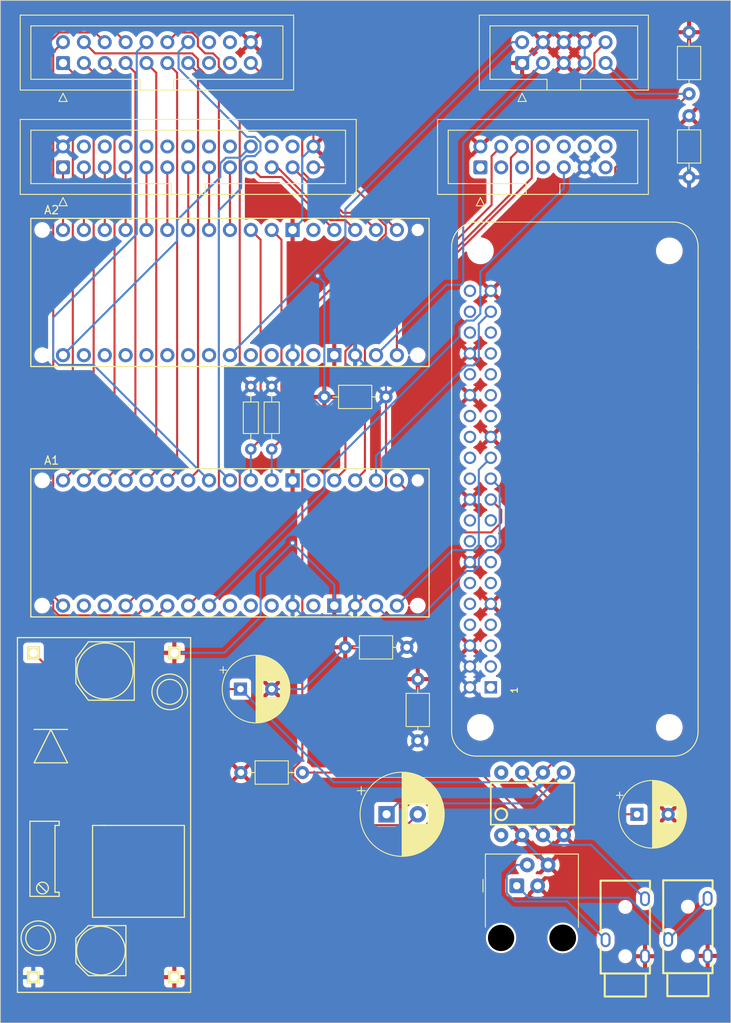
<source format=kicad_pcb>
(kicad_pcb (version 20221018) (generator pcbnew)
  (layers (0 "F.Cu" signal) (31 "B.Cu" signal) (34 "B.Paste" user) (35 "F.Paste" user) (36 "B.SilkS" user "B.Silkscreen") (37 "F.SilkS" user "F.Silkscreen") (38 "B.Mask" user) (39 "F.Mask" user) (44 "Edge.Cuts" user))
  (net 0 "")
  (net 2 "5v")
  (net 3 "mag_cls")
  (net 5 "mag_rdt")
  (net 6 "mag_rcl")
  (net 7 "miso")
  (net 8 "mosi")
  (net 11 "sck")
  (net 12 "ss")
  (net 14 "disp_x3")
  (net 15 "disp_x2")
  (net 17 "disp_x4")
  (net 18 "disp_x5")
  (net 19 "sda")
  (net 20 "scl")
  (net 21 "disp_x1")
  (net 22 "disp_d0")
  (net 23 "disp_d1")
  (net 24 "disp_d2")
  (net 25 "disp_d3")
  (net 26 "disp_d4")
  (net 27 "disp_d5")
  (net 28 "disp_d6")
  (net 29 "disp_d7")
  (net 30 "disp_x6")
  (net 58 "mic+")
  (net 59 "speaker_receiver+")
  (net 60 "speaker_front+")
  (net 61 "card_seated")
  (net 65 "key_hook_down")
  (net 66 "key_hook_common")
  (net 67 "key_hook_up")
  (net 87 "gnd")
  (net 88 "12v")
  (net 89 "coin_tx")
  (net 90 "coin_rx")
  (net 91 "coin_reset")
  (net 92 "key_col_2")
  (net 93 "key_col_5")
  (net 94 "key_col_6")
  (net 95 "key_col_3")
  (net 96 "key_row_1")
  (net 97 "key_col_7")
  (net 98 "key_row_2")
  (net 99 "key_col_4")
  (net 100 "key_row_3")
  (net 101 "key_col_1")
  (net 102 "key_row_4")
  (net 105 "speaker_front_pre+")
  (net 106 "Net-(U2-BYPASS)")
  (net 107 "Net-(C3-Pad1)")
  (footprint "LM386:DIP08" (layer "F.Cu") (at 176.53 92.71)
    (fp_text reference "U2" hide)
    (fp_text value "LM386" hide)
  )
  (footprint "Connector_IDC:IDC-Header_2x13_P2.54mm_Vertical" (layer "F.Cu") (at 119.38 15.24 90)
    (fp_text reference "J3" hide)
    (fp_text value "display")
  )
  (footprint "Connector_IDC:IDC-Header_2x05_P2.54mm_Vertical" (layer "F.Cu") (at 175.26 2.54 90)
    (fp_text reference "J1" hide)
    (fp_text value "coin")
  )
  (footprint "Capacitor_THT:C_Axial_L3.8mm_D2.6mm_P7.50mm_Horizontal" (layer "F.Cu") (at 162.56 85.03 90)
    (fp_text reference "C-raspi1" hide)
    (fp_text value "0.1u" hide)
  )
  (footprint "Capacitor_THT:C_Axial_L3.8mm_D2.6mm_P7.50mm_Horizontal" (layer "F.Cu") (at 195.58 8.95 -90)
    (fp_text reference "C-card1" hide)
    (fp_text value "0.1u" hide)
  )
  (footprint "Capacitor_THT:CP_Radial_D8.0mm_P3.80mm" (layer "F.Cu") (at 189.24 93.98)
    (fp_text reference "C1" hide)
    (fp_text value "CP_Axial_L11.0mm_D8.0mm_P15.00mm" hide)
  )
  (footprint "Capacitor_THT:C_Axial_L3.8mm_D2.6mm_P7.50mm_Horizontal" (layer "F.Cu") (at 158.69 43.18 180)
    (fp_text reference "C-arduino1" hide)
    (fp_text value "0.1u" hide)
  )
  (footprint "Connector_IDC:IDC-Header_2x10_P2.54mm_Vertical" (layer "F.Cu") (at 119.38 2.54 90)
    (fp_text reference "J2" hide)
    (fp_text value "keypad")
  )
  (footprint "Capacitor_THT:C_Axial_L3.8mm_D2.6mm_P7.50mm_Horizontal" (layer "F.Cu") (at 195.58 6.29 90)
    (fp_text reference "C-coin1" hide)
    (fp_text value "0.1u" hide)
  )
  (footprint "audio:AUDIO-TH_HOOYA_PJ-320" (layer "F.Cu") (at 195.44 107.72 90)
    (fp_text reference "J5" hide)
    (fp_text value "mic" hide)
  )
  (footprint "LOGO" (layer "F.Cu") (at 162.56 109.22)
    (fp_text reference "")
    (fp_text value "LOGO" hide)
  )
  (footprint "ADA3708:ADA3708_RPI-ZERO" (layer "F.Cu") (at 170.18 54.4 90)
    (fp_text reference "A3" hide)
    (fp_text value "ADA3708" hide)
  )
  (footprint "Capacitor_THT:CP_Radial_D10.0mm_P3.80mm" (layer "F.Cu") (at 158.76 93.98)
    (fp_text reference "C3" hide)
    (fp_text value "CP_Axial_L18.0mm_D10.0mm_P25.00mm" hide)
  )
  (footprint "PCM_arduino-library:Arduino_Micro_Socket" (layer "F.Cu") (at 115.46 69.96)
    (fp_text reference "A1")
    (fp_text value "Arduino_Micro_Socket")
  )
  (footprint "Connector_IDC:IDC-Header_2x07_P2.54mm_Vertical" (layer "F.Cu") (at 170.18 15.24 90)
    (fp_text reference "J6" hide)
    (fp_text value "card_reader")
  )
  (footprint "PCM_arduino-library:Arduino_Micro_Socket" (layer "F.Cu") (at 115.46 39.48)
    (fp_text reference "A2")
    (fp_text value "Arduino_Micro_Socket (display)")
  )
  (footprint "Resistor_THT:R_Axial_DIN0204_L3.6mm_D1.6mm_P7.62mm_Horizontal" (layer "F.Cu") (at 144.78 41.91 -90)
    (fp_text reference "R1" hide)
    (fp_text value "10k" hide)
  )
  (footprint "Capacitor_THT:C_Axial_L3.8mm_D2.6mm_P7.50mm_Horizontal" (layer "F.Cu") (at 141.03 88.9)
    (fp_text reference "C4" hide)
    (fp_text value "0.1uF_0603_16V" hide)
  )
  (footprint "Connector_RJ:RJ9_Evercom_5301-440xxx_Horizontal" (layer "F.Cu") (at 174.61 102.68)
    (fp_text reference "J4" hide)
    (fp_text value "RJ9" hide)
  )
  (footprint "Resistor_THT:R_Axial_DIN0204_L3.6mm_D1.6mm_P7.62mm_Horizontal" (layer "F.Cu") (at 142.24 41.91 -90)
    (fp_text reference "R2" hide)
    (fp_text value "10k" hide)
  )
  (footprint "LOGO" (layer "F.Cu") (at 144.78 106.68)
    (fp_text reference "")
    (fp_text value "LOGO" hide)
  )
  (footprint "audio:AUDIO-TH_HOOYA_PJ-320" (layer "F.Cu") (at 187.82 107.76 90)
    (fp_text reference "J7" hide)
    (fp_text value "speaker" hide)
  )
  (footprint "Capacitor_THT:C_Axial_L3.8mm_D2.6mm_P7.50mm_Horizontal" (layer "F.Cu") (at 161.23 73.66 180)
    (fp_text reference "C-arduino-display1" hide)
    (fp_text value "0.1u" hide)
  )
  (footprint "misc_footprints:XL6009_module" (layer "F.Cu") (at 134.9135 72.4775 90)
    (fp_text reference "U1" hide)
    (fp_text value "~")
  )
  (footprint "Capacitor_THT:CP_Radial_D8.0mm_P3.80mm" (layer "F.Cu") (at 140.98 78.74)
    (fp_text reference "C2" hide)
    (fp_text value "CP_Axial_L11.0mm_D8.0mm_P15.00mm" hide)
  )
  (gr_line (start 111.76 -5.08) (end 111.76 119.38) (stroke (width 0.1)) (layer "Edge.Cuts"))
  (gr_line (start 200.66 119.38) (end 200.66 -5.08) (stroke (width 0.1)) (layer "Edge.Cuts"))
  (gr_line (start 111.76 119.38) (end 200.66 119.38) (stroke (width 0.1)) (layer "Edge.Cuts"))
  (gr_line (start 200.66 -5.08) (end 111.76 -5.08) (stroke (width 0.1)) (layer "Edge.Cuts"))
  (segment (start 154.94 68.58) (end 158.69 64.83) (width 0.25) (layer "F.Cu") (net 2))
  (segment (start 158.69 64.83) (end 158.69 43.18) (width 0.25) (layer "F.Cu") (net 2))
  (segment (start 154.94 41.020991) (end 154.94 38.1) (width 0.25) (layer "B.Cu") (net 2))
  (segment (start 158.69 43.18) (end 158.69 41.85) (width 0.25) (layer "B.Cu") (net 2))
  (segment (start 147.32 38.1) (end 147.32 40.900991) (width 0.25) (layer "B.Cu") (net 2))
  (segment (start 153.7514 69.7686) (end 154.94 68.58) (width 0.25) (layer "B.Cu") (net 2))
  (segment (start 148.5086 69.7686) (end 153.7514 69.7686) (width 0.25) (layer "B.Cu") (net 2))
  (segment (start 182.88 15.24) (end 184.09 16.45) (width 0.25) (layer "B.Cu") (net 2))
  (segment (start 147.32 40.900991) (end 150.724009 44.305) (width 0.25) (layer "B.Cu") (net 2))
  (segment (start 150.724009 44.305) (end 151.655991 44.305) (width 0.25) (layer "B.Cu") (net 2))
  (segment (start 151.655991 44.305) (end 154.94 41.020991) (width 0.25) (layer "B.Cu") (net 2))
  (segment (start 184.09 16.45) (end 195.58 16.45) (width 0.25) (layer "B.Cu") (net 2))
  (segment (start 147.32 68.58) (end 148.5086 69.7686) (width 0.25) (layer "B.Cu") (net 2))
  (segment (start 158.69 41.85) (end 154.94 38.1) (width 0.25) (layer "B.Cu") (net 2))
  (segment (start 151.2114 52.249591) (end 167.64 35.820991) (width 0.25) (layer "B.Cu") (net 3))
  (segment (start 167.64 35.820991) (end 167.64 34.712063) (width 0.25) (layer "B.Cu") (net 3))
  (segment (start 170.18 33.065937) (end 170.18 27.94) (width 0.25) (layer "B.Cu") (net 3))
  (segment (start 168.463063 33.889) (end 169.356937 33.889) (width 0.25) (layer "B.Cu") (net 3))
  (segment (start 170.18 27.94) (end 180.34 17.78) (width 0.25) (layer "B.Cu") (net 3))
  (segment (start 180.34 17.78) (end 180.34 15.24) (width 0.25) (layer "B.Cu") (net 3))
  (segment (start 169.356937 33.889) (end 170.18 33.065937) (width 0.25) (layer "B.Cu") (net 3))
  (segment (start 137.16 68.58) (end 151.2114 54.5286) (width 0.25) (layer "B.Cu") (net 3))
  (segment (start 167.64 34.712063) (end 168.463063 33.889) (width 0.25) (layer "B.Cu") (net 3))
  (segment (start 151.2114 54.5286) (end 151.2114 52.249591) (width 0.25) (layer "B.Cu") (net 3))
  (segment (start 152.4 53.34) (end 153.7514 51.9886) (width 0.25) (layer "F.Cu") (net 5))
  (segment (start 171.545 19.814065) (end 171.545 13.875) (width 0.25) (layer "F.Cu") (net 5))
  (segment (start 153.7514 37.607665) (end 171.545 19.814065) (width 0.25) (layer "F.Cu") (net 5))
  (segment (start 153.7514 51.9886) (end 153.7514 37.607665) (width 0.25) (layer "F.Cu") (net 5))
  (segment (start 171.545 13.875) (end 172.72 12.7) (width 0.25) (layer "F.Cu") (net 5))
  (segment (start 175.26 12.7) (end 173.895 14.065) (width 0.25) (layer "F.Cu") (net 6))
  (segment (start 173.895 14.065) (end 173.895 18.448735) (width 0.25) (layer "F.Cu") (net 6))
  (segment (start 173.895 18.448735) (end 156.1286 36.215135) (width 0.25) (layer "F.Cu") (net 6))
  (segment (start 156.1286 52.1514) (end 154.94 53.34) (width 0.25) (layer "F.Cu") (net 6))
  (segment (start 156.1286 36.215135) (end 156.1286 52.1514) (width 0.25) (layer "F.Cu") (net 6))
  (segment (start 163.063463 69.7686) (end 158.6686 69.7686) (width 0.25) (layer "B.Cu") (net 7))
  (segment (start 168.463063 64.369) (end 163.063463 69.7686) (width 0.25) (layer "B.Cu") (net 7))
  (segment (start 169.989 63.736937) (end 169.356937 64.369) (width 0.25) (layer "B.Cu") (net 7))
  (segment (start 171.45 53.13) (end 172.529 54.209) (width 0.25) (layer "B.Cu") (net 7))
  (segment (start 169.356937 64.369) (end 168.463063 64.369) (width 0.25) (layer "B.Cu") (net 7))
  (segment (start 172.529 61.196937) (end 171.896937 61.829) (width 0.25) (layer "B.Cu") (net 7))
  (segment (start 171.896937 61.829) (end 171.003063 61.829) (width 0.25) (layer "B.Cu") (net 7))
  (segment (start 169.989 62.843063) (end 169.989 63.736937) (width 0.25) (layer "B.Cu") (net 7))
  (segment (start 171.003063 61.829) (end 169.989 62.843063) (width 0.25) (layer "B.Cu") (net 7))
  (segment (start 158.6686 69.7686) (end 157.48 68.58) (width 0.25) (layer "B.Cu") (net 7))
  (segment (start 172.529 54.209) (end 172.529 61.196937) (width 0.25) (layer "B.Cu") (net 7))
  (segment (start 172.72 58.465937) (end 172.72 56.94) (width 0.25) (layer "F.Cu") (net 8))
  (segment (start 160.02 53.34) (end 166.351 59.671) (width 0.25) (layer "F.Cu") (net 8))
  (segment (start 171.514937 59.671) (end 172.72 58.465937) (width 0.25) (layer "F.Cu") (net 8))
  (segment (start 172.72 56.94) (end 171.45 55.67) (width 0.25) (layer "F.Cu") (net 8))
  (segment (start 166.351 59.671) (end 171.514937 59.671) (width 0.25) (layer "F.Cu") (net 8))
  (segment (start 169.989 61.196937) (end 169.356937 61.829) (width 0.25) (layer "B.Cu") (net 11))
  (segment (start 171.45 50.59) (end 169.989 52.051) (width 0.25) (layer "B.Cu") (net 11))
  (segment (start 169.356937 61.829) (end 166.771 61.829) (width 0.25) (layer "B.Cu") (net 11))
  (segment (start 169.989 52.051) (end 169.989 61.196937) (width 0.25) (layer "B.Cu") (net 11))
  (segment (start 166.771 61.829) (end 160.02 68.58) (width 0.25) (layer "B.Cu") (net 11))
  (segment (start 169.989 34.271) (end 171.45 32.81) (width 0.25) (layer "B.Cu") (net 12))
  (segment (start 157.48 50.334063) (end 168.463063 39.351) (width 0.25) (layer "B.Cu") (net 12))
  (segment (start 157.48 53.34) (end 157.48 50.334063) (width 0.25) (layer "B.Cu") (net 12))
  (segment (start 168.463063 39.351) (end 169.356937 39.351) (width 0.25) (layer "B.Cu") (net 12))
  (segment (start 169.356937 39.351) (end 169.989 38.718937) (width 0.25) (layer "B.Cu") (net 12))
  (segment (start 169.989 38.718937) (end 169.989 34.271) (width 0.25) (layer "B.Cu") (net 12))
  (segment (start 153.7514 21.6714) (end 154.94 22.86) (width 0.25) (layer "F.Cu") (net 14))
  (segment (start 144.78 15.24) (end 145.476265 15.24) (width 0.25) (layer "F.Cu") (net 14))
  (segment (start 145.476265 15.24) (end 151.907665 21.6714) (width 0.25) (layer "F.Cu") (net 14))
  (segment (start 151.907665 21.6714) (end 153.7514 21.6714) (width 0.25) (layer "F.Cu") (net 14))
  (segment (start 145.955 16.415) (end 152.4 22.86) (width 0.25) (layer "F.Cu") (net 15))
  (segment (start 143.415 16.415) (end 145.955 16.415) (width 0.25) (layer "F.Cu") (net 15))
  (segment (start 142.24 15.24) (end 143.415 16.415) (width 0.25) (layer "F.Cu") (net 15))
  (segment (start 147.32 15.24) (end 153.3014 21.2214) (width 0.25) (layer "F.Cu") (net 17))
  (segment (start 153.3014 21.2214) (end 155.8414 21.2214) (width 0.25) (layer "F.Cu") (net 17))
  (segment (start 155.8414 21.2214) (end 157.48 22.86) (width 0.25) (layer "F.Cu") (net 17))
  (segment (start 149.86 15.24) (end 152.4 15.24) (width 0.25) (layer "F.Cu") (net 18))
  (segment (start 152.4 15.24) (end 160.02 22.86) (width 0.25) (layer "F.Cu") (net 18))
  (segment (start 145.9686 24.0486) (end 145.9686 48.3414) (width 0.25) (layer "F.Cu") (net 19))
  (segment (start 145.9686 48.3414) (end 144.78 49.53) (width 0.25) (layer "F.Cu") (net 19))
  (segment (start 144.78 22.86) (end 145.9686 24.0486) (width 0.25) (layer "F.Cu") (net 19))
  (segment (start 144.78 49.53) (end 144.78 53.34) (width 0.25) (layer "B.Cu") (net 19))
  (segment (start 142.24 22.86) (end 143.4286 24.0486) (width 0.25) (layer "F.Cu") (net 20))
  (segment (start 143.4286 24.0486) (end 143.4286 48.3414) (width 0.25) (layer "F.Cu") (net 20))
  (segment (start 143.4286 48.3414) (end 142.24 49.53) (width 0.25) (layer "F.Cu") (net 20))
  (segment (start 142.24 49.53) (end 142.24 53.34) (width 0.25) (layer "B.Cu") (net 20))
  (segment (start 139.7 15.24) (end 139.7 22.86) (width 0.25) (layer "F.Cu") (net 21))
  (segment (start 137.16 15.24) (end 137.16 22.86) (width 0.25) (layer "F.Cu") (net 22))
  (segment (start 134.62 15.24) (end 134.62 22.86) (width 0.25) (layer "F.Cu") (net 23))
  (segment (start 132.08 15.24) (end 132.08 22.86) (width 0.25) (layer "F.Cu") (net 24))
  (segment (start 129.54 15.24) (end 129.54 22.86) (width 0.25) (layer "F.Cu") (net 25))
  (segment (start 127 15.24) (end 127 22.86) (width 0.25) (layer "F.Cu") (net 26))
  (segment (start 124.46 15.24) (end 124.46 22.86) (width 0.25) (layer "F.Cu") (net 27))
  (segment (start 121.92 15.24) (end 121.92 22.86) (width 0.25) (layer "F.Cu") (net 28))
  (segment (start 119.38 15.24) (end 119.38 22.86) (width 0.25) (layer "F.Cu") (net 29))
  (segment (start 142.24 12.7) (end 140.875 14.065) (width 0.25) (layer "B.Cu") (net 30))
  (segment (start 138.525 14.753299) (end 138.525 16.415) (width 0.25) (layer "B.Cu") (net 30))
  (segment (start 133.2686 24.2114) (end 119.38 38.1) (width 0.25) (layer "B.Cu") (net 30))
  (segment (start 139.213299 14.065) (end 138.525 14.753299) (width 0.25) (layer "B.Cu") (net 30))
  (segment (start 138.525 16.415) (end 133.2686 21.6714) (width 0.25) (layer "B.Cu") (net 30))
  (segment (start 140.875 14.065) (end 139.213299 14.065) (width 0.25) (layer "B.Cu") (net 30))
  (segment (start 133.2686 21.6714) (end 133.2686 24.2114) (width 0.25) (layer "B.Cu") (net 30))
  (segment (start 193.04 108.92) (end 188.26 104.14) (width 0.25) (layer "B.Cu") (net 58))
  (segment (start 197.84 104.22) (end 197.84 104.42) (width 0.25) (layer "B.Cu") (net 58))
  (segment (start 193.04 109.22) (end 193.04 108.92) (width 0.25) (layer "B.Cu") (net 58))
  (segment (start 197.84 104.42) (end 193.04 109.22) (width 0.25) (layer "B.Cu") (net 58))
  (segment (start 188.26 104.14) (end 176.07 104.14) (width 0.25) (layer "B.Cu") (net 58))
  (segment (start 176.07 104.14) (end 174.61 102.68) (width 0.25) (layer "B.Cu") (net 58))
  (segment (start 173.385 103.5751) (end 173.385 101.362208) (width 0.25) (layer "B.Cu") (net 59))
  (segment (start 185.42 109.26) (end 180.75 104.59) (width 0.25) (layer "B.Cu") (net 59))
  (segment (start 173.385 101.362208) (end 174.607208 100.14) (width 0.25) (layer "B.Cu") (net 59))
  (segment (start 174.607208 100.14) (end 175.88 100.14) (width 0.25) (layer "B.Cu") (net 59))
  (segment (start 180.75 104.59) (end 174.3999 104.59) (width 0.25) (layer "B.Cu") (net 59))
  (segment (start 174.3999 104.59) (end 173.385 103.5751) (width 0.25) (layer "B.Cu") (net 59))
  (segment (start 158.6686 22.367665) (end 158.6686 23.352335) (width 0.25) (layer "F.Cu") (net 60))
  (segment (start 153.344009 95.305) (end 161.235 95.305) (width 0.25) (layer "F.Cu") (net 60))
  (segment (start 148.5086 87.330409) (end 147.405 88.434009) (width 0.25) (layer "F.Cu") (net 60))
  (segment (start 147.405 88.434009) (end 147.405 89.365991) (width 0.25) (layer "F.Cu") (net 60))
  (segment (start 148.495 8.795) (end 148.495 15.778604) (width 0.25) (layer "F.Cu") (net 60))
  (segment (start 158.6686 23.352335) (end 148.5086 33.512335) (width 0.25) (layer "F.Cu") (net 60))
  (segment (start 153.487796 20.7714) (end 157.072335 20.7714) (width 0.25) (layer "F.Cu") (net 60))
  (segment (start 142.24 2.54) (end 148.495 8.795) (width 0.25) (layer "F.Cu") (net 60))
  (segment (start 157.072335 20.7714) (end 158.6686 22.367665) (width 0.25) (layer "F.Cu") (net 60))
  (segment (start 148.5086 33.512335) (end 148.5086 87.330409) (width 0.25) (layer "F.Cu") (net 60))
  (segment (start 161.235 95.305) (end 162.56 93.98) (width 0.25) (layer "F.Cu") (net 60))
  (segment (start 147.405 89.365991) (end 153.344009 95.305) (width 0.25) (layer "F.Cu") (net 60))
  (segment (start 148.495 15.778604) (end 153.487796 20.7714) (width 0.25) (layer "F.Cu") (net 60))
  (segment (start 138.3486 51.9886) (end 139.7 53.34) (width 0.25) (layer "B.Cu") (net 65))
  (segment (start 141.701396 13.875) (end 141.061396 14.515) (width 0.25) (layer "B.Cu") (net 65))
  (segment (start 133.445 1.175) (end 133.445 3.216701) (width 0.25) (layer "B.Cu") (net 65))
  (segment (start 134.62 0) (end 133.445 1.175) (width 0.25) (layer "B.Cu") (net 65))
  (segment (start 143.415 13.186701) (end 142.726701 13.875) (width 0.25) (layer "B.Cu") (net 65))
  (segment (start 142.726701 13.875) (end 141.701396 13.875) (width 0.25) (layer "B.Cu") (net 65))
  (segment (start 141.753299 11.525) (end 142.726701 11.525) (width 0.25) (layer "B.Cu") (net 65))
  (segment (start 138.3486 20.4828) (end 138.3486 51.9886) (width 0.25) (layer "B.Cu") (net 65))
  (segment (start 141.061396 14.515) (end 141.061396 17.770004) (width 0.25) (layer "B.Cu") (net 65))
  (segment (start 142.726701 11.525) (end 143.415 12.213299) (width 0.25) (layer "B.Cu") (net 65))
  (segment (start 133.445 3.216701) (end 141.753299 11.525) (width 0.25) (layer "B.Cu") (net 65))
  (segment (start 143.415 12.213299) (end 143.415 13.186701) (width 0.25) (layer "B.Cu") (net 65))
  (segment (start 141.061396 17.770004) (end 138.3486 20.4828) (width 0.25) (layer "B.Cu") (net 65))
  (segment (start 140.8886 5.580301) (end 138.335 3.026701) (width 0.25) (layer "F.Cu") (net 66))
  (segment (start 138.335 3.026701) (end 138.335 2.053299) (width 0.25) (layer "F.Cu") (net 66))
  (segment (start 137.646701 1.365) (end 136.673299 1.365) (width 0.25) (layer "F.Cu") (net 66))
  (segment (start 140.8886 62.3114) (end 140.8886 5.580301) (width 0.25) (layer "F.Cu") (net 66))
  (segment (start 138.335 2.053299) (end 137.646701 1.365) (width 0.25) (layer "F.Cu") (net 66))
  (segment (start 135.795 -0.486701) (end 135.106701 -1.175) (width 0.25) (layer "F.Cu") (net 66))
  (segment (start 136.673299 1.365) (end 135.795 0.486701) (width 0.25) (layer "F.Cu") (net 66))
  (segment (start 134.62 68.58) (end 140.8886 62.3114) (width 0.25) (layer "F.Cu") (net 66))
  (segment (start 135.106701 -1.175) (end 133.255 -1.175) (width 0.25) (layer "F.Cu") (net 66))
  (segment (start 133.255 -1.175) (end 132.08 0) (width 0.25) (layer "F.Cu") (net 66))
  (segment (start 135.795 0.486701) (end 135.795 -0.486701) (width 0.25) (layer "F.Cu") (net 66))
  (segment (start 118.887665 39.2886) (end 118.1914 38.592335) (width 0.25) (layer "B.Cu") (net 67))
  (segment (start 118.1914 33.512335) (end 128.3514 23.352335) (width 0.25) (layer "B.Cu") (net 67))
  (segment (start 137.16 53.34) (end 123.1086 39.2886) (width 0.25) (layer "B.Cu") (net 67))
  (segment (start 118.1914 38.592335) (end 118.1914 33.512335) (width 0.25) (layer "B.Cu") (net 67))
  (segment (start 128.3514 23.352335) (end 128.3514 1.1886) (width 0.25) (layer "B.Cu") (net 67))
  (segment (start 128.3514 1.1886) (end 129.54 0) (width 0.25) (layer "B.Cu") (net 67))
  (segment (start 123.1086 39.2886) (end 118.887665 39.2886) (width 0.25) (layer "B.Cu") (net 67))
  (segment (start 150.3723 28.4523) (end 147.32 25.4) (width 0.25) (layer "F.Cu") (net 87))
  (segment (start 147.32 53.34) (end 147.32 60.96) (width 0.25) (layer "F.Cu") (net 87))
  (segment (start 147.32 25.4) (end 147.32 22.86) (width 0.25) (layer "F.Cu") (net 87))
  (segment (start 149.86 12.7) (end 149.86 7.62) (width 0.25) (layer "F.Cu") (net 87))
  (segment (start 149.86 7.62) (end 142.24 0) (width 0.25) (layer "F.Cu") (net 87))
  (via (at 147.32 60.96) (size 0.8) (drill 0.4) (layers "F.Cu" "B.Cu") (net 87))
  (via (at 150.3723 28.4523) (size 0.8) (drill 0.4) (layers "F.Cu" "B.Cu") (net 87))
  (segment (start 182.88 2.54) (end 182.88 0) (width 0.25) (layer "B.Cu") (net 87))
  (segment (start 175.26 96.98) (end 175.26 96.52) (width 0.25) (layer "B.Cu") (net 87))
  (segment (start 152.4 66.04) (end 147.32 60.96) (width 0.25) (layer "B.Cu") (net 87))
  (segment (start 147.32 60.96) (end 143.4286 64.8514) (width 0.25) (layer "B.Cu") (net 87))
  (segment (start 139.0283 74.3317) (end 132.9323 74.3317) (width 0.25) (layer "B.Cu") (net 87))
  (segment (start 148.65 78.74) (end 153.73 73.66) (width 0.25) (layer "B.Cu") (net 87))
  (segment (start 148.495 21.685) (end 148.495 14.065) (width 0.25) (layer "B.Cu") (net 87))
  (segment (start 151.19 43.18) (end 151.19 29.27) (width 0.25) (layer "B.Cu") (net 87))
  (segment (start 143.4286 69.9314) (end 139.0283 74.3317) (width 0.25) (layer "B.Cu") (net 87))
  (segment (start 178.42 100.14) (end 175.26 96.98) (width 0.25) (layer "B.Cu") (net 87))
  (segment (start 148.495 14.065) (end 149.86 12.7) (width 0.25) (layer "B.Cu") (net 87))
  (segment (start 143.4286 64.8514) (end 143.4286 69.9314) (width 0.25) (layer "B.Cu") (net 87))
  (segment (start 144.78 78.74) (end 148.65 78.74) (width 0.25) (layer "B.Cu") (net 87))
  (segment (start 152.4 68.58) (end 152.4 66.04) (width 0.25) (layer "B.Cu") (net 87))
  (segment (start 151.19 29.27) (end 150.3723 28.4523) (width 0.25) (layer "B.Cu") (net 87))
  (segment (start 147.32 22.86) (end 148.495 21.685) (width 0.25) (layer "B.Cu") (net 87))
  (segment (start 175.26 2.54) (end 177.8 0) (width 0.25) (layer "B.Cu") (net 87))
  (segment (start 186.595 15.275) (end 195.58 6.29) (width 0.25) (layer "F.Cu") (net 88))
  (segment (start 177.8 88.9) (end 186.595 80.105) (width 0.25) (layer "F.Cu") (net 88))
  (segment (start 120.1956 78.74) (end 140.98 78.74) (width 0.25) (layer "F.Cu") (net 88))
  (segment (start 186.595 80.105) (end 186.595 15.275) (width 0.25) (layer "F.Cu") (net 88))
  (segment (start 115.7873 74.3317) (end 120.1956 78.74) (width 0.25) (layer "F.Cu") (net 88))
  (segment (start 152.3286 90.0886) (end 140.98 78.74) (width 0.25) (layer "B.Cu") (net 88))
  (segment (start 189.17 6.29) (end 185.42 2.54) (width 0.25) (layer "B.Cu") (net 88))
  (segment (start 177.8 88.9) (end 176.6114 90.0886) (width 0.25) (layer "B.Cu") (net 88))
  (segment (start 195.58 6.29) (end 189.17 6.29) (width 0.25) (layer "B.Cu") (net 88))
  (segment (start 176.6114 90.0886) (end 152.3286 90.0886) (width 0.25) (layer "B.Cu") (net 88))
  (segment (start 175.26 0) (end 174.057919 0) (width 0.25) (layer "B.Cu") (net 89))
  (segment (start 153.7514 20.306519) (end 153.7514 24.0486) (width 0.25) (layer "B.Cu") (net 89))
  (segment (start 174.057919 0) (end 153.7514 20.306519) (width 0.25) (layer "B.Cu") (net 89))
  (segment (start 153.7514 24.0486) (end 139.7 38.1) (width 0.25) (layer "B.Cu") (net 89))
  (segment (start 177.8 2.54) (end 168.09 12.25) (width 0.25) (layer "B.Cu") (net 90))
  (segment (start 168.09 29.271396) (end 167.826396 29.535) (width 0.25) (layer "B.Cu") (net 90))
  (segment (start 166.045 29.535) (end 157.48 38.1) (width 0.25) (layer "B.Cu") (net 90))
  (segment (start 167.826396 29.535) (end 166.045 29.535) (width 0.25) (layer "B.Cu") (net 90))
  (segment (start 168.09 12.25) (end 168.09 29.271396) (width 0.25) (layer "B.Cu") (net 90))
  (segment (start 184.055 3.026701) (end 176.435 10.646701) (width 0.25) (layer "F.Cu") (net 91))
  (segment (start 160.02 32.960131) (end 160.02 38.1) (width 0.25) (layer "F.Cu") (net 91))
  (segment (start 185.42 0) (end 184.055 1.365) (width 0.25) (layer "F.Cu") (net 91))
  (segment (start 184.055 1.365) (end 184.055 3.026701) (width 0.25) (layer "F.Cu") (net 91))
  (segment (start 176.435 16.545131) (end 160.02 32.960131) (width 0.25) (layer "F.Cu") (net 91))
  (segment (start 176.435 10.646701) (end 176.435 16.545131) (width 0.25) (layer "F.Cu") (net 91))
  (segment (start 123.1086 52.1514) (end 121.92 53.34) (width 0.25) (layer "F.Cu") (net 92))
  (segment (start 121.92 2.54) (end 123.1086 3.7286) (width 0.25) (layer "F.Cu") (net 92))
  (segment (start 123.1086 3.7286) (end 123.1086 52.1514) (width 0.25) (layer "F.Cu") (net 92))
  (segment (start 123.285 1.365) (end 135.106701 1.365) (width 0.25) (layer "F.Cu") (net 93))
  (segment (start 135.795 3.026701) (end 138.3486 5.580301) (width 0.25) (layer "F.Cu") (net 93))
  (segment (start 121.92 0) (end 123.285 1.365) (width 0.25) (layer "F.Cu") (net 93))
  (segment (start 138.3486 57.2314) (end 127 68.58) (width 0.25) (layer "F.Cu") (net 93))
  (segment (start 138.3486 5.580301) (end 138.3486 57.2314) (width 0.25) (layer "F.Cu") (net 93))
  (segment (start 135.795 2.053299) (end 135.795 3.026701) (width 0.25) (layer "F.Cu") (net 93))
  (segment (start 135.106701 1.365) (end 135.795 2.053299) (width 0.25) (layer "F.Cu") (net 93))
  (segment (start 118.1914 69.072335) (end 118.1914 68.087665) (width 0.25) (layer "F.Cu") (net 94))
  (segment (start 123.285 -1.175) (end 124.46 0) (width 0.25) (layer "F.Cu") (net 94))
  (segment (start 128.3514 69.7686) (end 118.887665 69.7686) (width 0.25) (layer "F.Cu") (net 94))
  (segment (start 118.887665 69.7686) (end 118.1914 69.072335) (width 0.25) (layer "F.Cu") (net 94))
  (segment (start 118.893299 -1.175) (end 123.285 -1.175) (width 0.25) (layer "F.Cu") (net 94))
  (segment (start 118.1914 68.087665) (end 115.765 65.661265) (width 0.25) (layer "F.Cu") (net 94))
  (segment (start 115.765 65.661265) (end 115.765 1.953299) (width 0.25) (layer "F.Cu") (net 94))
  (segment (start 115.765 1.953299) (end 118.893299 -1.175) (width 0.25) (layer "F.Cu") (net 94))
  (segment (start 129.54 68.58) (end 128.3514 69.7686) (width 0.25) (layer "F.Cu") (net 94))
  (segment (start 119.38 2.54) (end 120.5686 3.7286) (width 0.25) (layer "F.Cu") (net 95))
  (segment (start 120.5686 52.1514) (end 119.38 53.34) (width 0.25) (layer "F.Cu") (net 95))
  (segment (start 120.5686 3.7286) (end 120.5686 52.1514) (width 0.25) (layer "F.Cu") (net 95))
  (segment (start 128.1886 3.7286) (end 128.1886 52.1514) (width 0.25) (layer "F.Cu") (net 96))
  (segment (start 128.1886 52.1514) (end 127 53.34) (width 0.25) (layer "F.Cu") (net 96))
  (segment (start 127 2.54) (end 128.1886 3.7286) (width 0.25) (layer "F.Cu") (net 96))
  (segment (start 132.08 68.58) (end 130.4414 70.2186) (width 0.25) (layer "F.Cu") (net 97))
  (segment (start 115.315 1.766903) (end 118.706903 -1.625) (width 0.25) (layer "F.Cu") (net 97))
  (segment (start 118.706903 -1.625) (end 125.375 -1.625) (width 0.25) (layer "F.Cu") (net 97))
  (segment (start 130.4414 70.2186) (end 116.95832 70.2186) (width 0.25) (layer "F.Cu") (net 97))
  (segment (start 116.95832 70.2186) (end 115.315 68.57528) (width 0.25) (layer "F.Cu") (net 97))
  (segment (start 125.375 -1.625) (end 127 0) (width 0.25) (layer "F.Cu") (net 97))
  (segment (start 115.315 68.57528) (end 115.315 1.766903) (width 0.25) (layer "F.Cu") (net 97))
  (segment (start 130.7286 52.1514) (end 129.54 53.34) (width 0.25) (layer "F.Cu") (net 98))
  (segment (start 129.54 2.54) (end 130.7286 3.7286) (width 0.25) (layer "F.Cu") (net 98))
  (segment (start 130.7286 3.7286) (end 130.7286 52.1514) (width 0.25) (layer "F.Cu") (net 98))
  (segment (start 118.1914 1.1886) (end 118.1914 67.3914) (width 0.25) (layer "F.Cu") (net 99))
  (segment (start 118.1914 67.3914) (end 119.38 68.58) (width 0.25) (layer "F.Cu") (net 99))
  (segment (start 119.38 0) (end 118.1914 1.1886) (width 0.25) (layer "F.Cu") (net 99))
  (segment (start 133.2686 52.1514) (end 132.08 53.34) (width 0.25) (layer "F.Cu") (net 100))
  (segment (start 133.2686 3.7286) (end 133.2686 52.1514) (width 0.25) (layer "F.Cu") (net 100))
  (segment (start 132.08 2.54) (end 133.2686 3.7286) (width 0.25) (layer "F.Cu") (net 100))
  (segment (start 124.46 2.54) (end 125.6486 3.7286) (width 0.25) (layer "F.Cu") (net 101))
  (segment (start 125.6486 3.7286) (end 125.6486 52.1514) (width 0.25) (layer "F.Cu") (net 101))
  (segment (start 125.6486 52.1514) (end 124.46 53.34) (width 0.25) (layer "F.Cu") (net 101))
  (segment (start 134.62 2.54) (end 135.8086 3.7286) (width 0.25) (layer "F.Cu") (net 102))
  (segment (start 135.8086 3.7286) (end 135.8086 52.1514) (width 0.25) (layer "F.Cu") (net 102))
  (segment (start 135.8086 52.1514) (end 134.62 53.34) (width 0.25) (layer "F.Cu") (net 102))
  (segment (start 170.18 88.9) (end 148.53 88.9) (width 0.25) (layer "F.Cu") (net 105))
  (segment (start 177.8 96.52) (end 170.18 88.9) (width 0.25) (layer "F.Cu") (net 105))
  (segment (start 183.6686 97.7086) (end 178.9886 97.7086) (width 0.25) (layer "B.Cu") (net 105))
  (segment (start 190.22 104.26) (end 183.6686 97.7086) (width 0.25) (layer "B.Cu") (net 105))
  (segment (start 178.9886 97.7086) (end 177.8 96.52) (width 0.25) (layer "B.Cu") (net 105))
  (segment (start 180.34 93.98) (end 175.26 88.9) (width 0.25) (layer "F.Cu") (net 106))
  (segment (start 189.24 93.98) (end 180.34 93.98) (width 0.25) (layer "F.Cu") (net 106))
  (segment (start 160.085 92.655) (end 176.585 92.655) (width 0.25) (layer "B.Cu") (net 107))
  (segment (start 158.76 93.98) (end 160.085 92.655) (width 0.25) (layer "B.Cu") (net 107))
  (segment (start 176.585 92.655) (end 180.34 88.9) (width 0.25) (layer "B.Cu") (net 107))
  (zone (net 87) (net_name "gnd") (layer "F.Cu") (connect_pads (clearance 0.5)) (min_thickness 0.25) (fill yes (thermal_gap 0.5) (thermal_bridge_width 0.5))
    (polygon (pts (xy 111.76 -5.08) (xy 200.66 -5.08) (xy 200.66 119.38) (xy 111.76 119.38)))
  )
  (zone (net 2) (net_name "5v") (layer "B.Cu") (priority 1) (connect_pads (clearance 0.5)) (min_thickness 0.25) (fill yes (thermal_gap 0.5) (thermal_bridge_width 0.5))
    (polygon (pts (xy 111.76 -5.08) (xy 200.66 -5.08) (xy 200.66 119.38) (xy 111.76 119.38)))
  )
)
</source>
